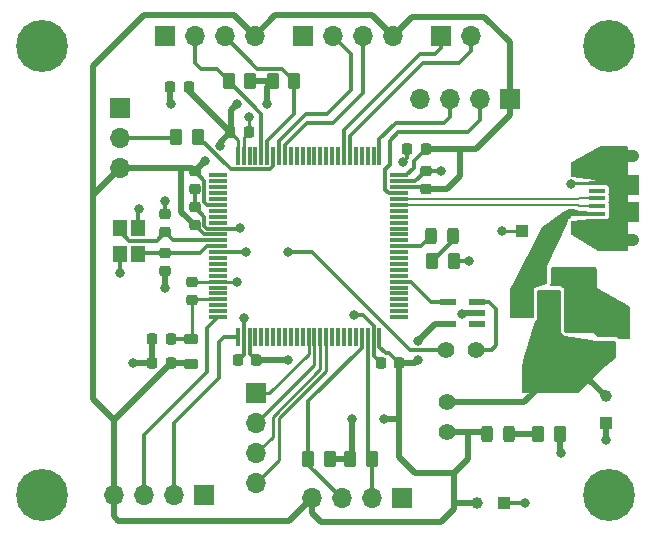
<source format=gbr>
%TF.GenerationSoftware,KiCad,Pcbnew,7.0.2*%
%TF.CreationDate,2024-08-30T22:16:44+05:30*%
%TF.ProjectId,EPS_ControlUnit,4550535f-436f-46e7-9472-6f6c556e6974,rev?*%
%TF.SameCoordinates,Original*%
%TF.FileFunction,Copper,L1,Top*%
%TF.FilePolarity,Positive*%
%FSLAX46Y46*%
G04 Gerber Fmt 4.6, Leading zero omitted, Abs format (unit mm)*
G04 Created by KiCad (PCBNEW 7.0.2) date 2024-08-30 22:16:44*
%MOMM*%
%LPD*%
G01*
G04 APERTURE LIST*
G04 Aperture macros list*
%AMRoundRect*
0 Rectangle with rounded corners*
0 $1 Rounding radius*
0 $2 $3 $4 $5 $6 $7 $8 $9 X,Y pos of 4 corners*
0 Add a 4 corners polygon primitive as box body*
4,1,4,$2,$3,$4,$5,$6,$7,$8,$9,$2,$3,0*
0 Add four circle primitives for the rounded corners*
1,1,$1+$1,$2,$3*
1,1,$1+$1,$4,$5*
1,1,$1+$1,$6,$7*
1,1,$1+$1,$8,$9*
0 Add four rect primitives between the rounded corners*
20,1,$1+$1,$2,$3,$4,$5,0*
20,1,$1+$1,$4,$5,$6,$7,0*
20,1,$1+$1,$6,$7,$8,$9,0*
20,1,$1+$1,$8,$9,$2,$3,0*%
G04 Aperture macros list end*
%TA.AperFunction,SMDPad,CuDef*%
%ADD10RoundRect,0.250000X-0.262500X-0.450000X0.262500X-0.450000X0.262500X0.450000X-0.262500X0.450000X0*%
%TD*%
%TA.AperFunction,SMDPad,CuDef*%
%ADD11RoundRect,0.243750X0.243750X0.456250X-0.243750X0.456250X-0.243750X-0.456250X0.243750X-0.456250X0*%
%TD*%
%TA.AperFunction,ComponentPad*%
%ADD12O,1.700000X1.700000*%
%TD*%
%TA.AperFunction,ComponentPad*%
%ADD13R,1.700000X1.700000*%
%TD*%
%TA.AperFunction,SMDPad,CuDef*%
%ADD14RoundRect,0.075000X-0.725000X-0.075000X0.725000X-0.075000X0.725000X0.075000X-0.725000X0.075000X0*%
%TD*%
%TA.AperFunction,SMDPad,CuDef*%
%ADD15RoundRect,0.075000X-0.075000X-0.725000X0.075000X-0.725000X0.075000X0.725000X-0.075000X0.725000X0*%
%TD*%
%TA.AperFunction,SMDPad,CuDef*%
%ADD16RoundRect,0.225000X0.250000X-0.225000X0.250000X0.225000X-0.250000X0.225000X-0.250000X-0.225000X0*%
%TD*%
%TA.AperFunction,SMDPad,CuDef*%
%ADD17R,1.400000X0.400000*%
%TD*%
%TA.AperFunction,ComponentPad*%
%ADD18O,1.900000X1.050000*%
%TD*%
%TA.AperFunction,SMDPad,CuDef*%
%ADD19R,1.450000X1.150000*%
%TD*%
%TA.AperFunction,SMDPad,CuDef*%
%ADD20R,1.900000X1.750000*%
%TD*%
%TA.AperFunction,SMDPad,CuDef*%
%ADD21RoundRect,0.225000X0.225000X0.250000X-0.225000X0.250000X-0.225000X-0.250000X0.225000X-0.250000X0*%
%TD*%
%TA.AperFunction,SMDPad,CuDef*%
%ADD22C,1.000000*%
%TD*%
%TA.AperFunction,SMDPad,CuDef*%
%ADD23R,1.500000X2.000000*%
%TD*%
%TA.AperFunction,SMDPad,CuDef*%
%ADD24R,3.800000X2.000000*%
%TD*%
%TA.AperFunction,SMDPad,CuDef*%
%ADD25RoundRect,0.225000X-0.250000X0.225000X-0.250000X-0.225000X0.250000X-0.225000X0.250000X0.225000X0*%
%TD*%
%TA.AperFunction,SMDPad,CuDef*%
%ADD26RoundRect,0.250000X0.262500X0.450000X-0.262500X0.450000X-0.262500X-0.450000X0.262500X-0.450000X0*%
%TD*%
%TA.AperFunction,SMDPad,CuDef*%
%ADD27R,1.000000X1.000000*%
%TD*%
%TA.AperFunction,SMDPad,CuDef*%
%ADD28RoundRect,0.225000X-0.225000X-0.250000X0.225000X-0.250000X0.225000X0.250000X-0.225000X0.250000X0*%
%TD*%
%TA.AperFunction,ComponentPad*%
%ADD29C,4.400000*%
%TD*%
%TA.AperFunction,ComponentPad*%
%ADD30C,1.400000*%
%TD*%
%TA.AperFunction,SMDPad,CuDef*%
%ADD31RoundRect,0.218750X-0.381250X0.218750X-0.381250X-0.218750X0.381250X-0.218750X0.381250X0.218750X0*%
%TD*%
%TA.AperFunction,SMDPad,CuDef*%
%ADD32R,1.200000X1.400000*%
%TD*%
%TA.AperFunction,SMDPad,CuDef*%
%ADD33R,1.473200X0.558800*%
%TD*%
%TA.AperFunction,ViaPad*%
%ADD34C,0.800000*%
%TD*%
%TA.AperFunction,Conductor*%
%ADD35C,0.200000*%
%TD*%
%TA.AperFunction,Conductor*%
%ADD36C,0.300000*%
%TD*%
%TA.AperFunction,Conductor*%
%ADD37C,0.500000*%
%TD*%
%TA.AperFunction,Conductor*%
%ADD38C,0.250000*%
%TD*%
G04 APERTURE END LIST*
D10*
%TO.P,R5,2*%
%TO.N,GND*%
X151316500Y-91822000D03*
%TO.P,R5,1*%
%TO.N,Net-(D2-K)*%
X149491500Y-91822000D03*
%TD*%
D11*
%TO.P,EPS_LED,1,K*%
%TO.N,Net-(D2-K)*%
X151244500Y-89663000D03*
%TO.P,EPS_LED,2,A*%
%TO.N,/EPS_LED*%
X149369500Y-89663000D03*
%TD*%
D12*
%TO.P,J8,4,Pin_4*%
%TO.N,/GPIO4*%
X134559000Y-110618000D03*
%TO.P,J8,3,Pin_3*%
%TO.N,/GPIO3*%
X134559000Y-108078000D03*
%TO.P,J8,2,Pin_2*%
%TO.N,/GPIO2*%
X134559000Y-105538000D03*
D13*
%TO.P,J8,1,Pin_1*%
%TO.N,/GPIO1*%
X134559000Y-102998000D03*
%TD*%
D14*
%TO.P,STM32L476,1,PE2*%
%TO.N,unconnected-(U1-PE2-Pad1)*%
X131329000Y-84552000D03*
%TO.P,STM32L476,2,PE3*%
%TO.N,unconnected-(U1-PE3-Pad2)*%
X131329000Y-85052000D03*
%TO.P,STM32L476,3,PE4*%
%TO.N,unconnected-(U1-PE4-Pad3)*%
X131329000Y-85552000D03*
%TO.P,STM32L476,4,PE5*%
%TO.N,unconnected-(U1-PE5-Pad4)*%
X131329000Y-86052000D03*
%TO.P,STM32L476,5,PE6*%
%TO.N,unconnected-(U1-PE6-Pad5)*%
X131329000Y-86552000D03*
%TO.P,STM32L476,6,VBAT*%
%TO.N,3V3_EPS*%
X131329000Y-87052000D03*
%TO.P,STM32L476,7,PC13*%
%TO.N,unconnected-(U1-PC13-Pad7)*%
X131329000Y-87552000D03*
%TO.P,STM32L476,8,PC14*%
%TO.N,unconnected-(U1-PC14-Pad8)*%
X131329000Y-88052000D03*
%TO.P,STM32L476,9,PC15*%
%TO.N,unconnected-(U1-PC15-Pad9)*%
X131329000Y-88552000D03*
%TO.P,STM32L476,10,VSS*%
%TO.N,GND*%
X131329000Y-89052000D03*
%TO.P,STM32L476,11,VDD*%
%TO.N,3V3_EPS*%
X131329000Y-89552000D03*
%TO.P,STM32L476,12,PH0*%
%TO.N,/HSE_IN*%
X131329000Y-90052000D03*
%TO.P,STM32L476,13,PH1*%
%TO.N,/HSE_OUT*%
X131329000Y-90552000D03*
%TO.P,STM32L476,14,NRST*%
%TO.N,/NRST*%
X131329000Y-91052000D03*
%TO.P,STM32L476,15,PC0*%
%TO.N,unconnected-(U1-PC0-Pad15)*%
X131329000Y-91552000D03*
%TO.P,STM32L476,16,PC1*%
%TO.N,unconnected-(U1-PC1-Pad16)*%
X131329000Y-92052000D03*
%TO.P,STM32L476,17,PC2*%
%TO.N,unconnected-(U1-PC2-Pad17)*%
X131329000Y-92552000D03*
%TO.P,STM32L476,18,PC3*%
%TO.N,unconnected-(U1-PC3-Pad18)*%
X131329000Y-93052000D03*
%TO.P,STM32L476,19,VSSA*%
%TO.N,GND*%
X131329000Y-93552000D03*
%TO.P,STM32L476,20,VREF-*%
%TO.N,unconnected-(U1-VREF--Pad20)*%
X131329000Y-94052000D03*
%TO.P,STM32L476,21,VREF+*%
%TO.N,unconnected-(U1-VREF+-Pad21)*%
X131329000Y-94552000D03*
%TO.P,STM32L476,22,VDDA*%
%TO.N,+3.3VA*%
X131329000Y-95052000D03*
%TO.P,STM32L476,23,PA0*%
%TO.N,unconnected-(U1-PA0-Pad23)*%
X131329000Y-95552000D03*
%TO.P,STM32L476,24,PA1*%
%TO.N,unconnected-(U1-PA1-Pad24)*%
X131329000Y-96052000D03*
%TO.P,STM32L476,25,PA2*%
%TO.N,/UART2_TX*%
X131329000Y-96552000D03*
D15*
%TO.P,STM32L476,26,PA3*%
%TO.N,/UART2_RX*%
X133004000Y-98227000D03*
%TO.P,STM32L476,27,VSS*%
%TO.N,GND*%
X133504000Y-98227000D03*
%TO.P,STM32L476,28,VDD*%
%TO.N,3V3_EPS*%
X134004000Y-98227000D03*
%TO.P,STM32L476,29,PA4*%
%TO.N,unconnected-(U1-PA4-Pad29)*%
X134504000Y-98227000D03*
%TO.P,STM32L476,30,PA5*%
%TO.N,unconnected-(U1-PA5-Pad30)*%
X135004000Y-98227000D03*
%TO.P,STM32L476,31,PA6*%
%TO.N,unconnected-(U1-PA6-Pad31)*%
X135504000Y-98227000D03*
%TO.P,STM32L476,32,PA7*%
%TO.N,unconnected-(U1-PA7-Pad32)*%
X136004000Y-98227000D03*
%TO.P,STM32L476,33,PC4*%
%TO.N,unconnected-(U1-PC4-Pad33)*%
X136504000Y-98227000D03*
%TO.P,STM32L476,34,PC5*%
%TO.N,unconnected-(U1-PC5-Pad34)*%
X137004000Y-98227000D03*
%TO.P,STM32L476,35,PB0*%
%TO.N,unconnected-(U1-PB0-Pad35)*%
X137504000Y-98227000D03*
%TO.P,STM32L476,36,PB1*%
%TO.N,unconnected-(U1-PB1-Pad36)*%
X138004000Y-98227000D03*
%TO.P,STM32L476,37,PB2*%
%TO.N,unconnected-(U1-PB2-Pad37)*%
X138504000Y-98227000D03*
%TO.P,STM32L476,38,PE7*%
%TO.N,/GPIO1*%
X139004000Y-98227000D03*
%TO.P,STM32L476,39,PE8*%
%TO.N,/GPIO2*%
X139504000Y-98227000D03*
%TO.P,STM32L476,40,PE9*%
%TO.N,/GPIO3*%
X140004000Y-98227000D03*
%TO.P,STM32L476,41,PE10*%
%TO.N,/GPIO4*%
X140504000Y-98227000D03*
%TO.P,STM32L476,42,PE11*%
%TO.N,unconnected-(U1-PE11-Pad42)*%
X141004000Y-98227000D03*
%TO.P,STM32L476,43,PE12*%
%TO.N,unconnected-(U1-PE12-Pad43)*%
X141504000Y-98227000D03*
%TO.P,STM32L476,44,PE13*%
%TO.N,unconnected-(U1-PE13-Pad44)*%
X142004000Y-98227000D03*
%TO.P,STM32L476,45,PE14*%
%TO.N,unconnected-(U1-PE14-Pad45)*%
X142504000Y-98227000D03*
%TO.P,STM32L476,46,PE15*%
%TO.N,unconnected-(U1-PE15-Pad46)*%
X143004000Y-98227000D03*
%TO.P,STM32L476,47,PB10*%
%TO.N,/I2C2_SCL*%
X143504000Y-98227000D03*
%TO.P,STM32L476,48,PB11*%
%TO.N,/I2C2_SDA*%
X144004000Y-98227000D03*
%TO.P,STM32L476,49,VSS*%
%TO.N,GND*%
X144504000Y-98227000D03*
%TO.P,STM32L476,50,VDD*%
%TO.N,3V3_EPS*%
X145004000Y-98227000D03*
D14*
%TO.P,STM32L476,51,PB12*%
%TO.N,unconnected-(U1-PB12-Pad51)*%
X146679000Y-96552000D03*
%TO.P,STM32L476,52,PB13*%
%TO.N,unconnected-(U1-PB13-Pad52)*%
X146679000Y-96052000D03*
%TO.P,STM32L476,53,PB14*%
%TO.N,unconnected-(U1-PB14-Pad53)*%
X146679000Y-95552000D03*
%TO.P,STM32L476,54,PB15*%
%TO.N,unconnected-(U1-PB15-Pad54)*%
X146679000Y-95052000D03*
%TO.P,STM32L476,55,PD8*%
%TO.N,unconnected-(U1-PD8-Pad55)*%
X146679000Y-94552000D03*
%TO.P,STM32L476,56,PD9*%
%TO.N,unconnected-(U1-PD9-Pad56)*%
X146679000Y-94052000D03*
%TO.P,STM32L476,57,PD10*%
%TO.N,/WDI*%
X146679000Y-93552000D03*
%TO.P,STM32L476,58,PD11*%
%TO.N,unconnected-(U1-PD11-Pad58)*%
X146679000Y-93052000D03*
%TO.P,STM32L476,59,PD12*%
%TO.N,unconnected-(U1-PD12-Pad59)*%
X146679000Y-92552000D03*
%TO.P,STM32L476,60,PD13*%
%TO.N,unconnected-(U1-PD13-Pad60)*%
X146679000Y-92052000D03*
%TO.P,STM32L476,61,PD14*%
%TO.N,unconnected-(U1-PD14-Pad61)*%
X146679000Y-91552000D03*
%TO.P,STM32L476,62,PD15*%
%TO.N,unconnected-(U1-PD15-Pad62)*%
X146679000Y-91052000D03*
%TO.P,STM32L476,63,PC6*%
%TO.N,/EPS_LED*%
X146679000Y-90552000D03*
%TO.P,STM32L476,64,PC7*%
%TO.N,unconnected-(U1-PC7-Pad64)*%
X146679000Y-90052000D03*
%TO.P,STM32L476,65,PC8*%
%TO.N,unconnected-(U1-PC8-Pad65)*%
X146679000Y-89552000D03*
%TO.P,STM32L476,66,PC9*%
%TO.N,unconnected-(U1-PC9-Pad66)*%
X146679000Y-89052000D03*
%TO.P,STM32L476,67,PA8*%
%TO.N,unconnected-(U1-PA8-Pad67)*%
X146679000Y-88552000D03*
%TO.P,STM32L476,68,PA9*%
%TO.N,unconnected-(U1-PA9-Pad68)*%
X146679000Y-88052000D03*
%TO.P,STM32L476,69,PA10*%
%TO.N,unconnected-(U1-PA10-Pad69)*%
X146679000Y-87552000D03*
%TO.P,STM32L476,70,PA11*%
%TO.N,/USB_D-*%
X146679000Y-87052000D03*
%TO.P,STM32L476,71,PA12*%
%TO.N,/USB_D+*%
X146679000Y-86552000D03*
%TO.P,STM32L476,72,PA13*%
%TO.N,/SWDIO*%
X146679000Y-86052000D03*
%TO.P,STM32L476,73,VDDUSB*%
%TO.N,3V3_EPS*%
X146679000Y-85552000D03*
%TO.P,STM32L476,74,VSS*%
%TO.N,GND*%
X146679000Y-85052000D03*
%TO.P,STM32L476,75,VDD*%
%TO.N,3V3_EPS*%
X146679000Y-84552000D03*
D15*
%TO.P,STM32L476,76,PA14*%
%TO.N,/SWCLK*%
X145004000Y-82877000D03*
%TO.P,STM32L476,77,PA15*%
%TO.N,unconnected-(U1-PA15-Pad77)*%
X144504000Y-82877000D03*
%TO.P,STM32L476,78,PC10*%
%TO.N,unconnected-(U1-PC10-Pad78)*%
X144004000Y-82877000D03*
%TO.P,STM32L476,79,PC11*%
%TO.N,unconnected-(U1-PC11-Pad79)*%
X143504000Y-82877000D03*
%TO.P,STM32L476,80,PC12*%
%TO.N,unconnected-(U1-PC12-Pad80)*%
X143004000Y-82877000D03*
%TO.P,STM32L476,81,PD0*%
%TO.N,/CAN_RX*%
X142504000Y-82877000D03*
%TO.P,STM32L476,82,PD1*%
%TO.N,/CAN_TX*%
X142004000Y-82877000D03*
%TO.P,STM32L476,83,PD2*%
%TO.N,unconnected-(U1-PD2-Pad83)*%
X141504000Y-82877000D03*
%TO.P,STM32L476,84,PD3*%
%TO.N,unconnected-(U1-PD3-Pad84)*%
X141004000Y-82877000D03*
%TO.P,STM32L476,85,PD4*%
%TO.N,unconnected-(U1-PD4-Pad85)*%
X140504000Y-82877000D03*
%TO.P,STM32L476,86,PD5*%
%TO.N,unconnected-(U1-PD5-Pad86)*%
X140004000Y-82877000D03*
%TO.P,STM32L476,87,PD6*%
%TO.N,unconnected-(U1-PD6-Pad87)*%
X139504000Y-82877000D03*
%TO.P,STM32L476,88,PD7*%
%TO.N,unconnected-(U1-PD7-Pad88)*%
X139004000Y-82877000D03*
%TO.P,STM32L476,89,PB3*%
%TO.N,unconnected-(U1-PB3-Pad89)*%
X138504000Y-82877000D03*
%TO.P,STM32L476,90,PB4*%
%TO.N,unconnected-(U1-PB4-Pad90)*%
X138004000Y-82877000D03*
%TO.P,STM32L476,91,PB5*%
%TO.N,unconnected-(U1-PB5-Pad91)*%
X137504000Y-82877000D03*
%TO.P,STM32L476,92,PB6*%
%TO.N,/UART1_TX*%
X137004000Y-82877000D03*
%TO.P,STM32L476,93,PB7*%
%TO.N,/UART1_RX*%
X136504000Y-82877000D03*
%TO.P,STM32L476,94,BOOT0*%
%TO.N,/BOOT0*%
X136004000Y-82877000D03*
%TO.P,STM32L476,95,PB8*%
%TO.N,/I2C1_SCL*%
X135504000Y-82877000D03*
%TO.P,STM32L476,96,PB9*%
%TO.N,/I2C1_SDA*%
X135004000Y-82877000D03*
%TO.P,STM32L476,97,PE0*%
%TO.N,unconnected-(U1-PE0-Pad97)*%
X134504000Y-82877000D03*
%TO.P,STM32L476,98,PE1*%
%TO.N,unconnected-(U1-PE1-Pad98)*%
X134004000Y-82877000D03*
%TO.P,STM32L476,99,VSS*%
%TO.N,GND*%
X133504000Y-82877000D03*
%TO.P,STM32L476,100,VDD*%
%TO.N,3V3_EPS*%
X133004000Y-82877000D03*
%TD*%
D16*
%TO.P,C2,2*%
%TO.N,GND*%
X126850000Y-87829000D03*
%TO.P,C2,1*%
%TO.N,/HSE_IN*%
X126850000Y-89379000D03*
%TD*%
D17*
%TO.P,USB,1,VBUS*%
%TO.N,VBUS*%
X163405000Y-87788000D03*
%TO.P,USB,2,D-*%
%TO.N,/USB_D-*%
X163405000Y-87138000D03*
%TO.P,USB,3,D+*%
%TO.N,/USB_D+*%
X163405000Y-86488000D03*
%TO.P,USB,4,ID*%
%TO.N,unconnected-(J2-ID-Pad4)*%
X163405000Y-85838000D03*
%TO.P,USB,5,GND*%
%TO.N,GND*%
X163405000Y-85188000D03*
D18*
%TO.P,USB,6,Shield*%
X166055000Y-90063000D03*
D19*
X163825000Y-88808000D03*
D20*
X166055000Y-87613000D03*
X166055000Y-85363000D03*
D19*
X163825000Y-84168000D03*
D18*
X166055000Y-82913000D03*
%TD*%
D21*
%TO.P,C7,2*%
%TO.N,GND*%
X133022000Y-100204000D03*
%TO.P,C7,1*%
%TO.N,3V3_EPS*%
X134572000Y-100204000D03*
%TD*%
D16*
%TO.P,C5,2*%
%TO.N,GND*%
X129352000Y-87237000D03*
%TO.P,C5,1*%
%TO.N,3V3_EPS*%
X129352000Y-88787000D03*
%TD*%
D21*
%TO.P,C9,1*%
%TO.N,3V3_EPS*%
X148923000Y-82297000D03*
%TO.P,C9,2*%
%TO.N,GND*%
X147373000Y-82297000D03*
%TD*%
D22*
%TO.P,3V3,1,1*%
%TO.N,3V3_EPS*%
X153228000Y-112269000D03*
%TD*%
D10*
%TO.P,R8,1*%
%TO.N,3V3_EPS*%
X142513000Y-108586000D03*
%TO.P,R8,2*%
%TO.N,/I2C2_SDA*%
X144338000Y-108586000D03*
%TD*%
D23*
%TO.P,U2,3,VI*%
%TO.N,VBUS*%
X157024000Y-95378000D03*
D24*
%TO.P,U2,2,VO*%
%TO.N,/3V3_LDO*%
X159324000Y-101678000D03*
D23*
X159324000Y-95378000D03*
%TO.P,U2,1,GND*%
%TO.N,GND*%
X161624000Y-95378000D03*
%TD*%
D16*
%TO.P,C11,2*%
%TO.N,GND*%
X148910000Y-84189000D03*
%TO.P,C11,1*%
%TO.N,3V3_EPS*%
X148910000Y-85739000D03*
%TD*%
D10*
%TO.P,R1,2*%
%TO.N,/BOOT0*%
X129629500Y-81281000D03*
%TO.P,R1,1*%
%TO.N,/SW_BOOT0*%
X127804500Y-81281000D03*
%TD*%
%TO.P,R2,2*%
%TO.N,GND*%
X160285000Y-106427000D03*
%TO.P,R2,1*%
%TO.N,/LED_CATHODE*%
X158460000Y-106427000D03*
%TD*%
D21*
%TO.P,C1,2*%
%TO.N,GND*%
X127307000Y-77090000D03*
%TO.P,C1,1*%
%TO.N,3V3_EPS*%
X128857000Y-77090000D03*
%TD*%
D11*
%TO.P,POW_LED,2,A*%
%TO.N,3V3_EPS*%
X154117000Y-106427000D03*
%TO.P,POW_LED,1,K*%
%TO.N,/LED_CATHODE*%
X155992000Y-106427000D03*
%TD*%
D25*
%TO.P,C6,2*%
%TO.N,GND*%
X126850000Y-92681000D03*
%TO.P,C6,1*%
%TO.N,/HSE_OUT*%
X126850000Y-91131000D03*
%TD*%
D26*
%TO.P,R7,2*%
%TO.N,/I2C2_SCL*%
X138980500Y-108586000D03*
%TO.P,R7,1*%
%TO.N,3V3_EPS*%
X140805500Y-108586000D03*
%TD*%
D12*
%TO.P,J4,4,Pin_4*%
%TO.N,3V3_EPS*%
X146116000Y-72772000D03*
%TO.P,J4,3,Pin_3*%
%TO.N,/UART1_TX*%
X143576000Y-72772000D03*
%TO.P,J4,2,Pin_2*%
%TO.N,/UART1_RX*%
X141036000Y-72772000D03*
D13*
%TO.P,J4,1,Pin_1*%
%TO.N,GND*%
X138496000Y-72772000D03*
%TD*%
D25*
%TO.P,C4,2*%
%TO.N,GND*%
X129352000Y-85739000D03*
%TO.P,C4,1*%
%TO.N,3V3_EPS*%
X129352000Y-84189000D03*
%TD*%
D21*
%TO.P,C8,2*%
%TO.N,GND*%
X145100000Y-100458000D03*
%TO.P,C8,1*%
%TO.N,3V3_EPS*%
X146650000Y-100458000D03*
%TD*%
D12*
%TO.P,UART2,4,Pin_4*%
%TO.N,3V3_EPS*%
X122494000Y-111634000D03*
%TO.P,UART2,3,Pin_3*%
%TO.N,/UART2_TX*%
X125034000Y-111634000D03*
%TO.P,UART2,2,Pin_2*%
%TO.N,/UART2_RX*%
X127574000Y-111634000D03*
D13*
%TO.P,UART2,1,Pin_1*%
%TO.N,GND*%
X130114000Y-111634000D03*
%TD*%
D27*
%TO.P,TP2,1,1*%
%TO.N,GND*%
X157038000Y-89282000D03*
%TD*%
D22*
%TO.P,5V,1,1*%
%TO.N,VBUS*%
X159324000Y-89409000D03*
%TD*%
D10*
%TO.P,R3,2*%
%TO.N,/I2C1_SCL*%
X137781000Y-76582000D03*
%TO.P,R3,1*%
%TO.N,3V3_EPS*%
X135956000Y-76582000D03*
%TD*%
D12*
%TO.P,J7,2,Pin_2*%
%TO.N,/CAN_RX*%
X152740000Y-72747000D03*
D13*
%TO.P,J7,1,Pin_1*%
%TO.N,/CAN_TX*%
X150200000Y-72747000D03*
%TD*%
D28*
%TO.P,C10,1*%
%TO.N,3V3_EPS*%
X132387000Y-80900000D03*
%TO.P,C10,2*%
%TO.N,GND*%
X133937000Y-80900000D03*
%TD*%
D26*
%TO.P,R4,2*%
%TO.N,/I2C1_SDA*%
X132249500Y-76582000D03*
%TO.P,R4,1*%
%TO.N,3V3_EPS*%
X134074500Y-76582000D03*
%TD*%
D12*
%TO.P,J1,4,Pin_4*%
%TO.N,GND*%
X148402000Y-78106000D03*
%TO.P,J1,3,Pin_3*%
%TO.N,/SWCLK*%
X150942000Y-78106000D03*
%TO.P,J1,2,Pin_2*%
%TO.N,/SWDIO*%
X153482000Y-78106000D03*
D13*
%TO.P,J1,1,Pin_1*%
%TO.N,3V3_EPS*%
X156022000Y-78106000D03*
%TD*%
D29*
%TO.P,H2,1,1*%
%TO.N,GND*%
X164398000Y-73634000D03*
%TD*%
D12*
%TO.P,J5,4,Pin_4*%
%TO.N,3V3_EPS*%
X139258000Y-111888000D03*
%TO.P,J5,3,Pin_3*%
%TO.N,/I2C2_SCL*%
X141798000Y-111888000D03*
%TO.P,J5,2,Pin_2*%
%TO.N,/I2C2_SDA*%
X144338000Y-111888000D03*
D13*
%TO.P,J5,1,Pin_1*%
%TO.N,GND*%
X146878000Y-111888000D03*
%TD*%
D16*
%TO.P,C12,2*%
%TO.N,GND*%
X129098000Y-93587000D03*
%TO.P,C12,1*%
%TO.N,+3.3VA*%
X129098000Y-95137000D03*
%TD*%
D13*
%TO.P,J3,1,Pin_1*%
%TO.N,GND*%
X126812000Y-72747000D03*
D12*
%TO.P,J3,2,Pin_2*%
%TO.N,/I2C1_SDA*%
X129352000Y-72747000D03*
%TO.P,J3,3,Pin_3*%
%TO.N,/I2C1_SCL*%
X131892000Y-72747000D03*
%TO.P,J3,4,Pin_4*%
%TO.N,3V3_EPS*%
X134432000Y-72747000D03*
%TD*%
D16*
%TO.P,C16,2*%
%TO.N,GND*%
X164136000Y-97651000D03*
%TO.P,C16,1*%
%TO.N,/3V3_LDO*%
X164136000Y-99201000D03*
%TD*%
D21*
%TO.P,C13,2*%
%TO.N,GND*%
X125770000Y-98426000D03*
%TO.P,C13,1*%
%TO.N,+3.3VA*%
X127320000Y-98426000D03*
%TD*%
D22*
%TO.P,3V3,1,1*%
%TO.N,/3V3_LDO*%
X164150000Y-103252000D03*
%TD*%
D12*
%TO.P,SW1,3,C*%
%TO.N,3V3_EPS*%
X123002000Y-83948000D03*
%TO.P,SW1,2,B*%
%TO.N,/SW_BOOT0*%
X123002000Y-81408000D03*
D13*
%TO.P,SW1,1,A*%
%TO.N,GND*%
X123002000Y-78868000D03*
%TD*%
D21*
%TO.P,C14,2*%
%TO.N,GND*%
X125783000Y-100458000D03*
%TO.P,C14,1*%
%TO.N,3V3_EPS*%
X127333000Y-100458000D03*
%TD*%
D29*
%TO.P,H4,1,1*%
%TO.N,GND*%
X116398000Y-111634000D03*
%TD*%
D27*
%TO.P,GND,1,1*%
%TO.N,GND*%
X164150000Y-105538000D03*
%TD*%
D30*
%TO.P,JP1,1,A*%
%TO.N,/WDI_RESET*%
X153208000Y-99319998D03*
%TO.P,JP1,2,B*%
%TO.N,/NRST*%
X150668000Y-99319998D03*
%TD*%
D28*
%TO.P,C15,2*%
%TO.N,GND*%
X160085000Y-93092000D03*
%TO.P,C15,1*%
%TO.N,VBUS*%
X158535000Y-93092000D03*
%TD*%
D31*
%TO.P,120R1,2*%
%TO.N,3V3_EPS*%
X129072000Y-100504500D03*
%TO.P,120R1,1*%
%TO.N,+3.3VA*%
X129072000Y-98379500D03*
%TD*%
D29*
%TO.P,H3,1,1*%
%TO.N,GND*%
X164398000Y-111634000D03*
%TD*%
D27*
%TO.P,GND,1,1*%
%TO.N,GND*%
X155514000Y-112269000D03*
%TD*%
D29*
%TO.P,H1,1,1*%
%TO.N,GND*%
X116398000Y-73634000D03*
%TD*%
D32*
%TO.P,Y1,4,4*%
%TO.N,GND*%
X124602000Y-89028000D03*
%TO.P,Y1,3,3*%
%TO.N,/HSE_OUT*%
X124602000Y-91228000D03*
%TO.P,Y1,2,2*%
%TO.N,GND*%
X123002000Y-91228000D03*
%TO.P,Y1,1,1*%
%TO.N,/HSE_IN*%
X123002000Y-89028000D03*
%TD*%
D33*
%TO.P,U3,1,\u002ARESET*%
%TO.N,unconnected-(U3-\u002ARESET-Pad1)*%
X153228000Y-97156000D03*
%TO.P,U3,2,GND*%
%TO.N,GND*%
X153228000Y-96205999D03*
%TO.P,U3,3,RESET*%
%TO.N,/WDI_RESET*%
X153228000Y-95255998D03*
%TO.P,U3,4,WDI*%
%TO.N,/WDI*%
X150840400Y-95255998D03*
%TO.P,U3,5,VDD*%
%TO.N,3V3_EPS*%
X150840400Y-97156000D03*
%TD*%
D30*
%TO.P,JP2,2,B*%
%TO.N,3V3_EPS*%
X150688000Y-106320000D03*
%TO.P,JP2,1,A*%
%TO.N,/3V3_LDO*%
X150688000Y-103780000D03*
%TD*%
D34*
%TO.N,GND*%
X157292000Y-112269000D03*
X133162000Y-89028000D03*
X126812000Y-86742000D03*
%TO.N,3V3_EPS*%
X148275000Y-98570498D03*
X148275000Y-100204000D03*
%TO.N,GND*%
X150180000Y-84202000D03*
X147005000Y-83440000D03*
%TO.N,3V3_EPS*%
X137226000Y-100204000D03*
%TO.N,GND*%
X133543000Y-96648000D03*
%TO.N,3V3_EPS*%
X135448000Y-78487000D03*
X132908000Y-78487000D03*
%TO.N,GND*%
X127320000Y-78487000D03*
%TO.N,3V3_EPS*%
X131511000Y-82043000D03*
X130241000Y-83313000D03*
%TO.N,GND*%
X124653000Y-87377000D03*
X123002000Y-92838000D03*
%TO.N,3V3_EPS*%
X142687000Y-105157000D03*
X145354000Y-105157000D03*
%TO.N,GND*%
X124145000Y-100458000D03*
X164150000Y-106935000D03*
X160340000Y-108078000D03*
X152593000Y-91822000D03*
X155387000Y-89282000D03*
X161205500Y-85248000D03*
X162626000Y-93092000D03*
X151958000Y-96271998D03*
X161610000Y-93092000D03*
X142814000Y-96394000D03*
X161102000Y-97156000D03*
X132908000Y-93600000D03*
X165420000Y-96394000D03*
X164150000Y-96140000D03*
X165674000Y-97664000D03*
X133924000Y-79630000D03*
X162118000Y-97156000D03*
X126812000Y-94108000D03*
%TO.N,/NRST*%
X137226000Y-91060000D03*
X133670000Y-91060000D03*
%TD*%
D35*
%TO.N,/USB_D-*%
X147904001Y-87027000D02*
X147879001Y-87052000D01*
X161775000Y-87027000D02*
X147904001Y-87027000D01*
X147879001Y-87052000D02*
X146679000Y-87052000D01*
X161886000Y-87138000D02*
X161775000Y-87027000D01*
X162959215Y-87138000D02*
X161886000Y-87138000D01*
%TO.N,/USB_D+*%
X161775000Y-86577000D02*
X161864000Y-86488000D01*
X147904001Y-86577000D02*
X161775000Y-86577000D01*
X147879001Y-86552000D02*
X147904001Y-86577000D01*
X161864000Y-86488000D02*
X162959215Y-86488000D01*
X146679000Y-86552000D02*
X147879001Y-86552000D01*
D36*
%TO.N,GND*%
X155514000Y-112269000D02*
X157292000Y-112269000D01*
D37*
%TO.N,3V3_EPS*%
X151323000Y-112269000D02*
X153228000Y-112269000D01*
X151323000Y-112269000D02*
X151323000Y-112777000D01*
X151323000Y-109729000D02*
X151323000Y-112269000D01*
D36*
%TO.N,GND*%
X133138000Y-89052000D02*
X133162000Y-89028000D01*
X131329000Y-89052000D02*
X133138000Y-89052000D01*
X126850000Y-86780000D02*
X126812000Y-86742000D01*
X126850000Y-87829000D02*
X126850000Y-86780000D01*
D37*
%TO.N,3V3_EPS*%
X128209000Y-87644000D02*
X129352000Y-88787000D01*
X128209000Y-83948000D02*
X128209000Y-87644000D01*
X128209000Y-83948000D02*
X129111000Y-83948000D01*
X123002000Y-83948000D02*
X128209000Y-83948000D01*
X129111000Y-83948000D02*
X129352000Y-84189000D01*
D36*
%TO.N,GND*%
X126558000Y-87631000D02*
X126558000Y-87829000D01*
D37*
%TO.N,3V3_EPS*%
X150688000Y-85726000D02*
X148923000Y-85726000D01*
X148923000Y-85726000D02*
X148910000Y-85739000D01*
X151831000Y-84583000D02*
X150688000Y-85726000D01*
X151831000Y-82297000D02*
X151831000Y-84583000D01*
X151831000Y-82297000D02*
X148923000Y-82297000D01*
X153181000Y-82297000D02*
X151831000Y-82297000D01*
D36*
%TO.N,GND*%
X146679000Y-85052000D02*
X148047000Y-85052000D01*
X148047000Y-85052000D02*
X148910000Y-84189000D01*
D37*
%TO.N,3V3_EPS*%
X146650000Y-100458000D02*
X148021000Y-100458000D01*
X148275000Y-98570498D02*
X149689498Y-97156000D01*
D36*
X148021000Y-100458000D02*
X148275000Y-100204000D01*
D37*
X149689498Y-97156000D02*
X150840400Y-97156000D01*
D36*
%TO.N,GND*%
X150167000Y-84189000D02*
X150180000Y-84202000D01*
X148910000Y-84189000D02*
X150167000Y-84189000D01*
X147373000Y-83072000D02*
X147005000Y-83440000D01*
X147373000Y-82297000D02*
X147373000Y-83072000D01*
%TO.N,3V3_EPS*%
X147894000Y-83326000D02*
X148923000Y-82297000D01*
X147894000Y-83948000D02*
X147894000Y-83326000D01*
X147290000Y-84552000D02*
X147894000Y-83948000D01*
X146679000Y-84552000D02*
X147290000Y-84552000D01*
D37*
X156022000Y-79456000D02*
X153181000Y-82297000D01*
X156022000Y-78106000D02*
X156022000Y-79456000D01*
X134572000Y-100204000D02*
X137226000Y-100204000D01*
D36*
%TO.N,GND*%
X133504000Y-96687000D02*
X133543000Y-96648000D01*
X133504000Y-98227000D02*
X133504000Y-96687000D01*
D37*
%TO.N,3V3_EPS*%
X153863000Y-71121000D02*
X156022000Y-73280000D01*
X156022000Y-73280000D02*
X156022000Y-78106000D01*
X147767000Y-71121000D02*
X153863000Y-71121000D01*
X146116000Y-72772000D02*
X147767000Y-71121000D01*
X144338000Y-70994000D02*
X146116000Y-72772000D01*
X136185000Y-70994000D02*
X144338000Y-70994000D01*
X134432000Y-72747000D02*
X136185000Y-70994000D01*
X132679000Y-70994000D02*
X134432000Y-72747000D01*
X125034000Y-70994000D02*
X132679000Y-70994000D01*
X120716000Y-75312000D02*
X125034000Y-70994000D01*
X120716000Y-86234000D02*
X120716000Y-75312000D01*
X120716000Y-103519000D02*
X120716000Y-86234000D01*
X131511000Y-81776000D02*
X132387000Y-80900000D01*
D36*
X131511000Y-82043000D02*
X131511000Y-81776000D01*
D37*
X134074500Y-76582000D02*
X135956000Y-76582000D01*
X135448000Y-78487000D02*
X135448000Y-77090000D01*
X135448000Y-77090000D02*
X135956000Y-76582000D01*
X132400000Y-78995000D02*
X132908000Y-78487000D01*
X132400000Y-80887000D02*
X132400000Y-78995000D01*
D38*
X132387000Y-80900000D02*
X132400000Y-80887000D01*
D37*
%TO.N,GND*%
X127307000Y-78474000D02*
X127320000Y-78487000D01*
X127307000Y-77090000D02*
X127307000Y-78474000D01*
%TO.N,3V3_EPS*%
X128857000Y-77370000D02*
X132387000Y-80900000D01*
X128857000Y-77090000D02*
X128857000Y-77370000D01*
X129365000Y-84189000D02*
X130241000Y-83313000D01*
D36*
X129352000Y-84189000D02*
X129365000Y-84189000D01*
%TO.N,/SW_BOOT0*%
X127677500Y-81408000D02*
X123002000Y-81408000D01*
X127804500Y-81281000D02*
X127677500Y-81408000D01*
%TO.N,/BOOT0*%
X132400500Y-84052000D02*
X129629500Y-81281000D01*
X135730041Y-84052000D02*
X132400500Y-84052000D01*
X136004000Y-83778041D02*
X135730041Y-84052000D01*
X136004000Y-82877000D02*
X136004000Y-83778041D01*
D37*
%TO.N,3V3_EPS*%
X120716000Y-86234000D02*
X123002000Y-83948000D01*
X122494000Y-105297000D02*
X120716000Y-103519000D01*
D36*
%TO.N,GND*%
X124602000Y-87428000D02*
X124653000Y-87377000D01*
X124602000Y-89028000D02*
X124602000Y-87428000D01*
X123002000Y-91228000D02*
X123002000Y-92838000D01*
D37*
%TO.N,3V3_EPS*%
X129025500Y-100458000D02*
X129072000Y-100504500D01*
X127333000Y-100458000D02*
X129025500Y-100458000D01*
X122494000Y-105297000D02*
X127333000Y-100458000D01*
X122494000Y-111634000D02*
X122494000Y-105297000D01*
X142513000Y-108586000D02*
X140805500Y-108586000D01*
X142687000Y-105157000D02*
X142687000Y-108412000D01*
X142687000Y-108412000D02*
X142513000Y-108586000D01*
X134826000Y-100458000D02*
X134572000Y-100204000D01*
X122494000Y-113412000D02*
X122494000Y-111634000D01*
X137353000Y-113793000D02*
X122875000Y-113793000D01*
X122875000Y-113793000D02*
X122494000Y-113412000D01*
X139258000Y-111888000D02*
X137353000Y-113793000D01*
X139258000Y-113158000D02*
X139258000Y-111888000D01*
X150180000Y-113920000D02*
X140020000Y-113920000D01*
X151323000Y-112777000D02*
X150180000Y-113920000D01*
X140020000Y-113920000D02*
X139258000Y-113158000D01*
X146650000Y-105157000D02*
X145354000Y-105157000D01*
X146650000Y-105157000D02*
X146650000Y-100458000D01*
X146650000Y-108358000D02*
X146650000Y-105157000D01*
D36*
X134004000Y-99636000D02*
X134572000Y-100204000D01*
X134004000Y-98227000D02*
X134004000Y-99636000D01*
%TO.N,GND*%
X133504000Y-99722000D02*
X133022000Y-100204000D01*
X133504000Y-98227000D02*
X133504000Y-99722000D01*
D37*
X125783000Y-100458000D02*
X124145000Y-100458000D01*
X125770000Y-100445000D02*
X125783000Y-100458000D01*
X125770000Y-98426000D02*
X125770000Y-100445000D01*
D36*
%TO.N,/WDI*%
X149391998Y-95255998D02*
X150840400Y-95255998D01*
X147688000Y-93552000D02*
X149391998Y-95255998D01*
%TO.N,/WDI_RESET*%
X154879000Y-95870398D02*
X154264600Y-95255998D01*
X154264600Y-95255998D02*
X153228000Y-95255998D01*
X154879000Y-98934000D02*
X154879000Y-95870398D01*
X154493002Y-99319998D02*
X154879000Y-98934000D01*
X153208000Y-99319998D02*
X154493002Y-99319998D01*
%TO.N,/NRST*%
X147592998Y-99319998D02*
X150668000Y-99319998D01*
X137226000Y-91060000D02*
X139333000Y-91060000D01*
X139333000Y-91060000D02*
X147592998Y-99319998D01*
D37*
%TO.N,3V3_EPS*%
X148021000Y-109729000D02*
X146650000Y-108358000D01*
X152466000Y-106320000D02*
X152466000Y-108586000D01*
X152466000Y-106320000D02*
X154010000Y-106320000D01*
X152466000Y-108586000D02*
X151323000Y-109729000D01*
X150688000Y-106320000D02*
X152466000Y-106320000D01*
X151323000Y-109729000D02*
X148021000Y-109729000D01*
%TO.N,/3V3_LDO*%
X162576000Y-101678000D02*
X164150000Y-103252000D01*
X159324000Y-101678000D02*
X162576000Y-101678000D01*
%TO.N,GND*%
X164150000Y-105538000D02*
X164150000Y-106935000D01*
X160285000Y-108023000D02*
X160340000Y-108078000D01*
X160285000Y-106427000D02*
X160285000Y-108023000D01*
%TO.N,/LED_CATHODE*%
X155992000Y-106427000D02*
X158460000Y-106427000D01*
%TO.N,3V3_EPS*%
X154010000Y-106320000D02*
X154117000Y-106427000D01*
%TO.N,/3V3_LDO*%
X157222000Y-103780000D02*
X159324000Y-101678000D01*
X150688000Y-103780000D02*
X157222000Y-103780000D01*
D36*
%TO.N,GND*%
X151316500Y-91822000D02*
X152593000Y-91822000D01*
%TO.N,Net-(D2-K)*%
X151244500Y-90069000D02*
X149491500Y-91822000D01*
X151244500Y-89663000D02*
X151244500Y-90069000D01*
%TO.N,/EPS_LED*%
X146679000Y-90552000D02*
X148480500Y-90552000D01*
X148480500Y-90552000D02*
X149369500Y-89663000D01*
D38*
%TO.N,GND*%
X157038000Y-89282000D02*
X155387000Y-89282000D01*
X163000500Y-85218000D02*
X161235500Y-85218000D01*
%TO.N,/GPIO4*%
X136528198Y-108648802D02*
X134559000Y-110618000D01*
X136528198Y-105094198D02*
X136528198Y-108648802D01*
X140504000Y-101118396D02*
X136528198Y-105094198D01*
X140504000Y-98227000D02*
X140504000Y-101118396D01*
%TO.N,/GPIO3*%
X135956000Y-105030000D02*
X135956000Y-106681000D01*
X135956000Y-106681000D02*
X134559000Y-108078000D01*
X140004000Y-100982000D02*
X135956000Y-105030000D01*
X140004000Y-98227000D02*
X140004000Y-100982000D01*
%TO.N,/GPIO2*%
X139504000Y-100593000D02*
X134559000Y-105538000D01*
X139504000Y-98227000D02*
X139504000Y-100593000D01*
%TO.N,/GPIO1*%
X135659000Y-102998000D02*
X134559000Y-102998000D01*
X139004000Y-99653000D02*
X135659000Y-102998000D01*
X139004000Y-98227000D02*
X139004000Y-99653000D01*
%TO.N,+3.3VA*%
X129098000Y-95137000D02*
X129098000Y-98353500D01*
D36*
X129025500Y-98426000D02*
X129072000Y-98379500D01*
D38*
X129183000Y-95052000D02*
X129098000Y-95137000D01*
X131329000Y-95052000D02*
X129183000Y-95052000D01*
X129098000Y-98353500D02*
X129072000Y-98379500D01*
D36*
X127320000Y-98426000D02*
X129025500Y-98426000D01*
%TO.N,3V3_EPS*%
X145004000Y-98227000D02*
X145004000Y-99092000D01*
X130117000Y-89552000D02*
X129352000Y-88787000D01*
X146679000Y-85552000D02*
X148723000Y-85552000D01*
X145825000Y-99633000D02*
X146650000Y-100458000D01*
X145545000Y-99633000D02*
X145825000Y-99633000D01*
X130427959Y-87052000D02*
X130177000Y-86801041D01*
X131329000Y-89552000D02*
X130117000Y-89552000D01*
X130177000Y-85014000D02*
X129352000Y-84189000D01*
X130177000Y-86801041D02*
X130177000Y-85014000D01*
D38*
X133004000Y-82877000D02*
X133004000Y-81517000D01*
X133004000Y-81517000D02*
X132387000Y-80900000D01*
D36*
X131329000Y-87052000D02*
X130427959Y-87052000D01*
X148723000Y-85552000D02*
X148910000Y-85739000D01*
X145004000Y-99092000D02*
X145545000Y-99633000D01*
D38*
%TO.N,GND*%
X129133000Y-93552000D02*
X129098000Y-93587000D01*
X133504000Y-82877000D02*
X133504000Y-81333000D01*
D37*
X161624000Y-95378000D02*
X161863000Y-95378000D01*
D38*
X133504000Y-81333000D02*
X133937000Y-80900000D01*
D36*
X144504000Y-99862000D02*
X145100000Y-100458000D01*
X130177000Y-88801041D02*
X130177000Y-88062000D01*
D38*
X133937000Y-79643000D02*
X133924000Y-79630000D01*
D37*
X126850000Y-94070000D02*
X126812000Y-94108000D01*
D36*
X144504000Y-98227000D02*
X144504000Y-99862000D01*
X130427959Y-89052000D02*
X130177000Y-88801041D01*
X144504000Y-98227000D02*
X144504000Y-97325959D01*
D37*
X161624000Y-94631000D02*
X161624000Y-95378000D01*
D36*
X131329000Y-89052000D02*
X130427959Y-89052000D01*
D37*
X126850000Y-92681000D02*
X126850000Y-94070000D01*
D38*
X133937000Y-80900000D02*
X133937000Y-79643000D01*
X131329000Y-93552000D02*
X129133000Y-93552000D01*
D37*
X153228000Y-96205999D02*
X152023999Y-96205999D01*
X152023999Y-96205999D02*
X151958000Y-96271998D01*
D38*
X131329000Y-93552000D02*
X132860000Y-93552000D01*
X132860000Y-93552000D02*
X132908000Y-93600000D01*
D37*
X161624000Y-95378000D02*
X161624000Y-96126000D01*
D36*
X130177000Y-88062000D02*
X129352000Y-87237000D01*
X129352000Y-85739000D02*
X129352000Y-87237000D01*
X143572041Y-96394000D02*
X142814000Y-96394000D01*
X144504000Y-97325959D02*
X143572041Y-96394000D01*
%TO.N,/HSE_IN*%
X123798000Y-90078000D02*
X123002000Y-89282000D01*
X127523000Y-90052000D02*
X126850000Y-89379000D01*
X131329000Y-90052000D02*
X127523000Y-90052000D01*
X123002000Y-89282000D02*
X123002000Y-89028000D01*
X126850000Y-89379000D02*
X126151000Y-90078000D01*
X126151000Y-90078000D02*
X123798000Y-90078000D01*
%TO.N,/NRST*%
X133662000Y-91052000D02*
X133670000Y-91060000D01*
X131329000Y-91052000D02*
X133662000Y-91052000D01*
%TO.N,/HSE_OUT*%
X126850000Y-91131000D02*
X124699000Y-91131000D01*
X124699000Y-91131000D02*
X124602000Y-91228000D01*
X131329000Y-90552000D02*
X130368000Y-90552000D01*
X129789000Y-91131000D02*
X126850000Y-91131000D01*
X126947000Y-91228000D02*
X126850000Y-91131000D01*
X130368000Y-90552000D02*
X129789000Y-91131000D01*
D37*
%TO.N,VBUS*%
X157024000Y-94603000D02*
X157024000Y-95378000D01*
D36*
%TO.N,/SWDIO*%
X145862000Y-83694000D02*
X145862000Y-81630827D01*
X145862000Y-81630827D02*
X146592827Y-80900000D01*
X146592827Y-80900000D02*
X152466000Y-80900000D01*
X145504000Y-85778041D02*
X145504000Y-84052000D01*
X145504000Y-84052000D02*
X145862000Y-83694000D01*
X145777959Y-86052000D02*
X145504000Y-85778041D01*
X153482000Y-79884000D02*
X153482000Y-78106000D01*
X152466000Y-80900000D02*
X153482000Y-79884000D01*
X146679000Y-86052000D02*
X145777959Y-86052000D01*
%TO.N,/SWCLK*%
X150434000Y-80138000D02*
X150942000Y-79630000D01*
X150942000Y-79630000D02*
X150942000Y-78106000D01*
X145004000Y-82877000D02*
X145004000Y-81504000D01*
X145004000Y-81504000D02*
X146370000Y-80138000D01*
X146370000Y-80138000D02*
X150434000Y-80138000D01*
%TO.N,/I2C1_SDA*%
X131233500Y-75566000D02*
X129860000Y-75566000D01*
X135004000Y-79336500D02*
X132249500Y-76582000D01*
X129860000Y-75566000D02*
X129352000Y-75058000D01*
X132249500Y-76582000D02*
X131233500Y-75566000D01*
X135004000Y-82877000D02*
X135004000Y-79336500D01*
X129352000Y-75058000D02*
X129352000Y-72747000D01*
%TO.N,/I2C1_SCL*%
X134677000Y-75532000D02*
X136731000Y-75532000D01*
X135504000Y-81606000D02*
X137781000Y-79329000D01*
X137781000Y-79329000D02*
X137781000Y-76582000D01*
X135504000Y-82877000D02*
X135504000Y-81606000D01*
X131892000Y-72747000D02*
X134677000Y-75532000D01*
X136731000Y-75532000D02*
X137781000Y-76582000D01*
%TO.N,/UART1_RX*%
X140528000Y-79376000D02*
X142560000Y-77344000D01*
X142560000Y-74296000D02*
X141036000Y-72772000D01*
X136504000Y-81622000D02*
X138750000Y-79376000D01*
X136504000Y-82877000D02*
X136504000Y-81622000D01*
X142560000Y-77344000D02*
X142560000Y-74296000D01*
X138750000Y-79376000D02*
X140528000Y-79376000D01*
%TO.N,/UART1_TX*%
X138841959Y-80138000D02*
X141036000Y-80138000D01*
X141036000Y-80138000D02*
X143576000Y-77598000D01*
X143576000Y-77598000D02*
X143576000Y-72772000D01*
X137004000Y-81975959D02*
X138841959Y-80138000D01*
X137004000Y-82877000D02*
X137004000Y-81975959D01*
%TO.N,/I2C2_SDA*%
X144004000Y-108252000D02*
X144338000Y-108586000D01*
X144338000Y-108586000D02*
X144338000Y-111888000D01*
X144004000Y-98227000D02*
X144004000Y-108252000D01*
%TO.N,/I2C2_SCL*%
X138980500Y-108459000D02*
X138980500Y-108713000D01*
X143504000Y-99133000D02*
X138980500Y-103656500D01*
X138980500Y-108713000D02*
X138980500Y-109070500D01*
X138980500Y-109070500D02*
X141798000Y-111888000D01*
X143504000Y-98227000D02*
X143504000Y-99133000D01*
X138980500Y-108586000D02*
X138980500Y-108713000D01*
X138980500Y-103656500D02*
X138980500Y-108459000D01*
%TO.N,/UART2_RX*%
X133004000Y-98227000D02*
X131837000Y-98227000D01*
X131837000Y-98227000D02*
X131384000Y-98680000D01*
X131384000Y-98680000D02*
X131384000Y-101696827D01*
X127574000Y-105506827D02*
X127574000Y-111634000D01*
X131384000Y-101696827D02*
X127574000Y-105506827D01*
%TO.N,/UART2_TX*%
X130368000Y-101220000D02*
X125034000Y-106554000D01*
X130368000Y-97513000D02*
X130368000Y-101220000D01*
X131329000Y-96552000D02*
X130368000Y-97513000D01*
X125034000Y-106554000D02*
X125034000Y-111634000D01*
%TO.N,/CAN_TX*%
X149672000Y-74296000D02*
X150200000Y-73768000D01*
X150200000Y-73768000D02*
X150200000Y-72747000D01*
X142004000Y-82877000D02*
X142004000Y-80694000D01*
X148402000Y-74296000D02*
X149672000Y-74296000D01*
X142004000Y-80694000D02*
X148402000Y-74296000D01*
%TO.N,/CAN_RX*%
X148656000Y-75058000D02*
X151704000Y-75058000D01*
X142504000Y-82877000D02*
X142504000Y-81210000D01*
X152740000Y-74022000D02*
X152740000Y-72747000D01*
X142504000Y-81210000D02*
X148656000Y-75058000D01*
X151704000Y-75058000D02*
X152740000Y-74022000D01*
%TO.N,/SW_BOOT0*%
X127931500Y-80900000D02*
X127423500Y-81408000D01*
%TO.N,/BOOT0*%
X129629500Y-81411541D02*
X129629500Y-81281000D01*
%TO.N,/WDI*%
X146679000Y-93552000D02*
X147688000Y-93552000D01*
%TD*%
%TA.AperFunction,Conductor*%
%TO.N,GND*%
G36*
X163331039Y-92349685D02*
G01*
X163376794Y-92402489D01*
X163388000Y-92453999D01*
X163388000Y-94108000D01*
X166117379Y-95596752D01*
X166166805Y-95646134D01*
X166182000Y-95705610D01*
X166182000Y-98302000D01*
X166162315Y-98369039D01*
X166109511Y-98414794D01*
X166058000Y-98426000D01*
X165315799Y-98426000D01*
X165248760Y-98406315D01*
X165222087Y-98383203D01*
X165214976Y-98374996D01*
X165214960Y-98374979D01*
X165212920Y-98372625D01*
X165210655Y-98370489D01*
X165210647Y-98370481D01*
X165168187Y-98330447D01*
X165068109Y-98279560D01*
X165001072Y-98259875D01*
X164934222Y-98250263D01*
X164915000Y-98247500D01*
X164914998Y-98247500D01*
X163514862Y-98247500D01*
X163447823Y-98227815D01*
X163427181Y-98211181D01*
X163134000Y-97918000D01*
X161096369Y-97918000D01*
X161077977Y-97916628D01*
X161017425Y-97907545D01*
X160861100Y-97884096D01*
X160810712Y-97864642D01*
X160700717Y-97791312D01*
X160655856Y-97737747D01*
X160645500Y-97688138D01*
X160645500Y-94362308D01*
X160645500Y-94358999D01*
X160638518Y-94294057D01*
X160627312Y-94242547D01*
X160616354Y-94204342D01*
X160616354Y-94204341D01*
X160610961Y-94195119D01*
X160594000Y-94132520D01*
X160594000Y-94108000D01*
X160584522Y-94098522D01*
X160549760Y-94088315D01*
X160523087Y-94065203D01*
X160515976Y-94056996D01*
X160515960Y-94056979D01*
X160513920Y-94054625D01*
X160511655Y-94052489D01*
X160511647Y-94052481D01*
X160469187Y-94012447D01*
X160369109Y-93961560D01*
X160302072Y-93941875D01*
X160235222Y-93932263D01*
X160216000Y-93929500D01*
X160215998Y-93929500D01*
X159641267Y-93929500D01*
X159611192Y-93925798D01*
X159568405Y-93915101D01*
X159508141Y-93879744D01*
X159476560Y-93817419D01*
X159479502Y-93759868D01*
X159490124Y-93723697D01*
X159502500Y-93637625D01*
X159502500Y-92453999D01*
X159522185Y-92386961D01*
X159574989Y-92341206D01*
X159626500Y-92330000D01*
X163264000Y-92330000D01*
X163331039Y-92349685D01*
G37*
%TD.AperFunction*%
%TD*%
%TA.AperFunction,Conductor*%
%TO.N,/3V3_LDO*%
G36*
X160283039Y-94254685D02*
G01*
X160328794Y-94307489D01*
X160340000Y-94358999D01*
X160340000Y-97918000D01*
X160721000Y-98172000D01*
X162929694Y-98503304D01*
X163260999Y-98553000D01*
X163261000Y-98553000D01*
X164915000Y-98553000D01*
X164982039Y-98572685D01*
X165027794Y-98625489D01*
X165039000Y-98677000D01*
X165039000Y-99897148D01*
X165019315Y-99964187D01*
X165000874Y-99986600D01*
X164226109Y-100730375D01*
X161939510Y-102925511D01*
X161899988Y-102963452D01*
X161837994Y-102995679D01*
X161814114Y-102998000D01*
X157162000Y-102998000D01*
X157094961Y-102978315D01*
X157049206Y-102925511D01*
X157038000Y-102874000D01*
X157038000Y-100730375D01*
X157043329Y-100694414D01*
X157268909Y-99950000D01*
X158200298Y-96876415D01*
X158233022Y-96823091D01*
X158234375Y-96821920D01*
X158276553Y-96777187D01*
X158327439Y-96677111D01*
X158347124Y-96610072D01*
X158359500Y-96524000D01*
X158359500Y-94417566D01*
X158379185Y-94350527D01*
X158431989Y-94304772D01*
X158444283Y-94299930D01*
X158619986Y-94241363D01*
X158659199Y-94235000D01*
X160216000Y-94235000D01*
X160283039Y-94254685D01*
G37*
%TD.AperFunction*%
%TD*%
%TA.AperFunction,Conductor*%
%TO.N,VBUS*%
G36*
X161624785Y-87447185D02*
G01*
X161645427Y-87463819D01*
X161647658Y-87466050D01*
X161667400Y-87476109D01*
X161683988Y-87486274D01*
X161701911Y-87499296D01*
X161722987Y-87506144D01*
X161740945Y-87513582D01*
X161760696Y-87523646D01*
X161770525Y-87525202D01*
X161782577Y-87527112D01*
X161801497Y-87531654D01*
X161822567Y-87538500D01*
X161854481Y-87538500D01*
X162429166Y-87538500D01*
X162496205Y-87558185D01*
X162516847Y-87574819D01*
X162532232Y-87590204D01*
X162532233Y-87590204D01*
X162532235Y-87590206D01*
X162635009Y-87635585D01*
X162660135Y-87638500D01*
X163975999Y-87638499D01*
X164043038Y-87658184D01*
X164088793Y-87710987D01*
X164099999Y-87762499D01*
X164099999Y-87808500D01*
X164080314Y-87875539D01*
X164027510Y-87921294D01*
X163975999Y-87932500D01*
X163058714Y-87932500D01*
X163058696Y-87932500D01*
X163055136Y-87932501D01*
X163051592Y-87932911D01*
X163051592Y-87932912D01*
X163030006Y-87935415D01*
X162945874Y-87972563D01*
X162897600Y-87983112D01*
X162895313Y-87983148D01*
X162895312Y-87983148D01*
X162895176Y-87983150D01*
X162887432Y-87983394D01*
X162877959Y-87983841D01*
X162431313Y-88011759D01*
X162423582Y-88012000D01*
X161229000Y-88012000D01*
X161191837Y-88088645D01*
X161144876Y-88140379D01*
X161142866Y-88141581D01*
X161101426Y-88165818D01*
X161050994Y-88209517D01*
X161050969Y-88209540D01*
X161048625Y-88211572D01*
X161046499Y-88213826D01*
X161046481Y-88213844D01*
X161006447Y-88256304D01*
X160955560Y-88356382D01*
X160935875Y-88423419D01*
X160923500Y-88509493D01*
X160923500Y-88613617D01*
X160911077Y-88667715D01*
X159197000Y-92202998D01*
X159197000Y-93637625D01*
X159177315Y-93704664D01*
X159124511Y-93750419D01*
X159112212Y-93755262D01*
X158054000Y-94108000D01*
X158054000Y-96524000D01*
X158034315Y-96591039D01*
X157981511Y-96636794D01*
X157930000Y-96648000D01*
X156146000Y-96648000D01*
X156078961Y-96628315D01*
X156033206Y-96575511D01*
X156022000Y-96524000D01*
X156022000Y-94264908D01*
X156035635Y-94208379D01*
X156282195Y-93727000D01*
X158675409Y-89054534D01*
X158713168Y-89010545D01*
X160585668Y-87658184D01*
X160872572Y-87450976D01*
X160938445Y-87427683D01*
X160945173Y-87427500D01*
X161557746Y-87427500D01*
X161624785Y-87447185D01*
G37*
%TD.AperFunction*%
%TD*%
%TA.AperFunction,Conductor*%
%TO.N,GND*%
G36*
X165998039Y-82062685D02*
G01*
X166043794Y-82115489D01*
X166055000Y-82167000D01*
X166055000Y-90809000D01*
X166035315Y-90876039D01*
X165982511Y-90921794D01*
X165931000Y-90933000D01*
X163549890Y-90933000D01*
X163485230Y-90914807D01*
X161288340Y-89572263D01*
X161241401Y-89520509D01*
X161229000Y-89466456D01*
X161229000Y-88509492D01*
X161248685Y-88442453D01*
X161301489Y-88396698D01*
X161345262Y-88385733D01*
X162897173Y-88288739D01*
X162904854Y-88288499D01*
X164149864Y-88288499D01*
X164174991Y-88285585D01*
X164277765Y-88240206D01*
X164357206Y-88160765D01*
X164402585Y-88057991D01*
X164405500Y-88032865D01*
X164405499Y-87543136D01*
X164402585Y-87518009D01*
X164400411Y-87513087D01*
X164391339Y-87443811D01*
X164400409Y-87412917D01*
X164402585Y-87407991D01*
X164405500Y-87382865D01*
X164405499Y-86893136D01*
X164402585Y-86868009D01*
X164400411Y-86863087D01*
X164391339Y-86793811D01*
X164400409Y-86762917D01*
X164402585Y-86757991D01*
X164405500Y-86732865D01*
X164405499Y-86243136D01*
X164402585Y-86218009D01*
X164400411Y-86213087D01*
X164391339Y-86143811D01*
X164400409Y-86112917D01*
X164402585Y-86107991D01*
X164405500Y-86082865D01*
X164405499Y-85593136D01*
X164402585Y-85568009D01*
X164357206Y-85465235D01*
X164357204Y-85465233D01*
X164357204Y-85465232D01*
X164277767Y-85385795D01*
X164174990Y-85340414D01*
X164153414Y-85337911D01*
X164153401Y-85337910D01*
X164149865Y-85337500D01*
X164146290Y-85337500D01*
X163385000Y-85337500D01*
X163317961Y-85317815D01*
X163272206Y-85265011D01*
X163261000Y-85213500D01*
X163261000Y-84964000D01*
X163260999Y-84963999D01*
X161337620Y-84723577D01*
X161273539Y-84695730D01*
X161234687Y-84637658D01*
X161229000Y-84600535D01*
X161229000Y-83513317D01*
X161248685Y-83446278D01*
X161293239Y-83404668D01*
X163391400Y-82250679D01*
X163741093Y-82058349D01*
X163800851Y-82043000D01*
X165931000Y-82043000D01*
X165998039Y-82062685D01*
G37*
%TD.AperFunction*%
%TD*%
M02*

</source>
